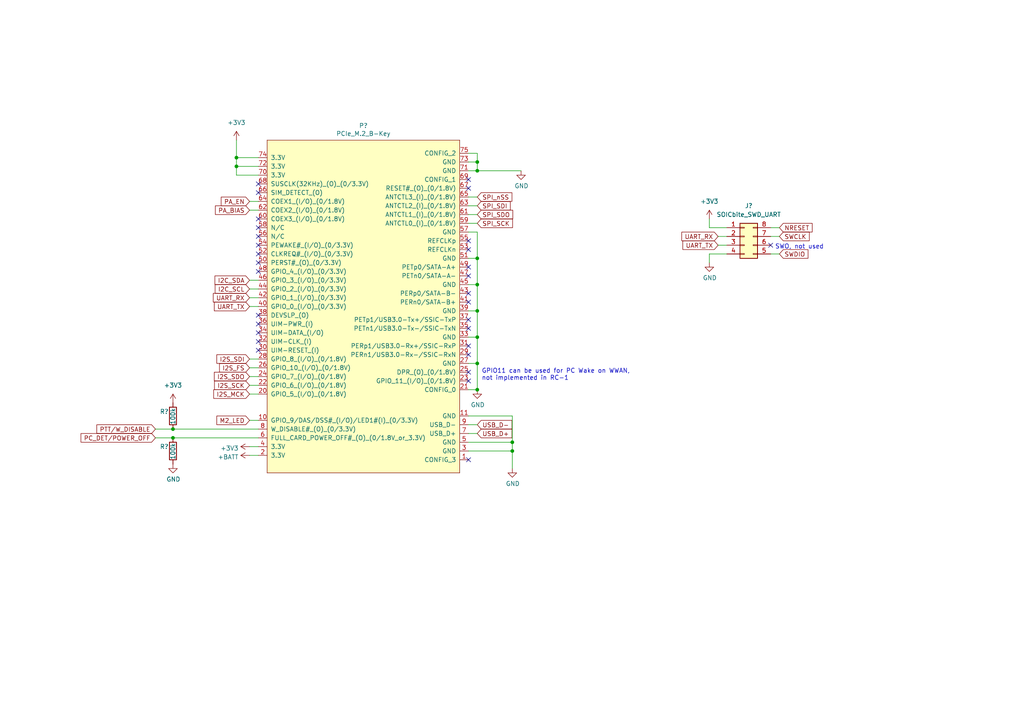
<source format=kicad_sch>
(kicad_sch (version 20211123) (generator eeschema)
  (paper "A4")
  (lib_symbols
    (symbol "Connector_Generic:Conn_02x04_Counter_Clockwise" (pin_names (offset 1.016) hide)
      (property "Reference" "J" (at 1.27 5.08 0))
      (property "Value" "Conn_02x04_Counter_Clockwise" (at 1.27 -7.62 0))
      (symbol "Conn_02x04_Counter_Clockwise_1_1"
        (rectangle (start -1.27 -4.953) (end 0 -5.207) (stroke (width 0.1524)))
        (rectangle (start -1.27 -2.413) (end 0 -2.667) (stroke (width 0.1524)))
        (rectangle (start -1.27 0.127) (end 0 -0.127) (stroke (width 0.1524)))
        (rectangle (start -1.27 2.667) (end 0 2.413) (stroke (width 0.1524)))
        (rectangle (start -1.27 3.81) (end 3.81 -6.35) (stroke (width 0.254)) (fill (type background)))
        (rectangle (start 3.81 -4.953) (end 2.54 -5.207) (stroke (width 0.1524)))
        (rectangle (start 3.81 -2.413) (end 2.54 -2.667) (stroke (width 0.1524)))
        (rectangle (start 3.81 0.127) (end 2.54 -0.127) (stroke (width 0.1524)))
        (rectangle (start 3.81 2.667) (end 2.54 2.413) (stroke (width 0.1524)))
        (pin passive line (at -5.08 2.54 0) (length 3.81) (name "Pin_1") (number "1"))
        (pin passive line (at -5.08 0 0) (length 3.81) (name "Pin_2") (number "2"))
        (pin passive line (at -5.08 -2.54 0) (length 3.81) (name "Pin_3") (number "3"))
        (pin passive line (at -5.08 -5.08 0) (length 3.81) (name "Pin_4") (number "4"))
        (pin passive line (at 7.62 -5.08 180) (length 3.81) (name "Pin_5") (number "5"))
        (pin passive line (at 7.62 -2.54 180) (length 3.81) (name "Pin_6") (number "6"))
        (pin passive line (at 7.62 0 180) (length 3.81) (name "Pin_7") (number "7"))
        (pin passive line (at 7.62 2.54 180) (length 3.81) (name "Pin_8") (number "8"))
      )
    )
    (symbol "Device:R" (pin_numbers hide) (pin_names (offset 0))
      (property "Reference" "R" (at 2.032 0 90))
      (property "Value" "R" (at 0 0 90))
      (symbol "R_0_1"
        (rectangle (start -1.016 -2.54) (end 1.016 2.54) (stroke (width 0.254)))
      )
      (symbol "R_1_1"
        (pin passive line (at 0 3.81 270) (length 1.27) (name "~") (number "1"))
        (pin passive line (at 0 -3.81 90) (length 1.27) (name "~") (number "2"))
      )
    )
    (symbol "PCIe_M.2:PCIe_M.2_B-Key" (pin_names (offset 1.016))
      (property "Reference" "P" (at -1.27 38.1 0))
      (property "Value" "PCIe_M.2_B-Key" (at 0 41.91 0))
      (symbol "PCIe_M.2_B-Key_0_1"
        (rectangle (start 27.94 45.72) (end -27.94 -50.8) (fill (type background)))
      )
      (symbol "PCIe_M.2_B-Key_1_1"
        (pin input line (at 30.48 -46.99 180) (length 2.54) (name "CONFIG_3") (number "1"))
        (pin input line (at -30.48 -35.56 0) (length 2.54) (name "GPIO_9/DAS/DSS#_(I/O)/LED1#(I)_(0/3.3V)") (number "10"))
        (pin input line (at 30.48 -34.29 180) (length 2.54) (name "GND") (number "11"))
        (pin input line (at -30.48 -45.72 0) (length 2.54) (name "3.3V") (number "2"))
        (pin input line (at -30.48 -27.94 0) (length 2.54) (name "GPIO_5_(I/O)_(0/1.8V)") (number "20"))
        (pin input line (at 30.48 -26.67 180) (length 2.54) (name "CONFIG_0") (number "21"))
        (pin input line (at -30.48 -25.4 0) (length 2.54) (name "GPIO_6_(I/O)_(0/1.8V)") (number "22"))
        (pin input line (at 30.48 -24.13 180) (length 2.54) (name "GPIO_11_(I/O)_(0/1.8V)") (number "23"))
        (pin input line (at -30.48 -22.86 0) (length 2.54) (name "GPIO_7_(I/O)_(0/1.8V)") (number "24"))
        (pin input line (at 30.48 -21.59 180) (length 2.54) (name "DPR_(O)_(0/1.8V)") (number "25"))
        (pin input line (at -30.48 -20.32 0) (length 2.54) (name "GPIO_10_(I/O)_(0/1.8V)") (number "26"))
        (pin input line (at 30.48 -19.05 180) (length 2.54) (name "GND") (number "27"))
        (pin input line (at -30.48 -17.78 0) (length 2.54) (name "GPIO_8_(I/O)_(0/1.8V)") (number "28"))
        (pin input line (at 30.48 -16.51 180) (length 2.54) (name "PERn1/USB3.0-Rx-/SSIC-RxN") (number "29"))
        (pin input line (at 30.48 -44.45 180) (length 2.54) (name "GND") (number "3"))
        (pin input line (at -30.48 -15.24 0) (length 2.54) (name "UIM-RESET_(I)") (number "30"))
        (pin input line (at 30.48 -13.97 180) (length 2.54) (name "PERp1/USB3.0-Rx+/SSIC-RxP") (number "31"))
        (pin input line (at -30.48 -12.7 0) (length 2.54) (name "UIM-CLK_(I)") (number "32"))
        (pin input line (at 30.48 -11.43 180) (length 2.54) (name "GND") (number "33"))
        (pin input line (at -30.48 -10.16 0) (length 2.54) (name "UIM-DATA_(I/O)") (number "34"))
        (pin input line (at 30.48 -8.89 180) (length 2.54) (name "PETn1/USB3.0-Tx-/SSIC-TxN") (number "35"))
        (pin input line (at -30.48 -7.62 0) (length 2.54) (name "UIM-PWR_(I)") (number "36"))
        (pin input line (at 30.48 -6.35 180) (length 2.54) (name "PETp1/USB3.0-Tx+/SSIC-TxP") (number "37"))
        (pin input line (at -30.48 -5.08 0) (length 2.54) (name "DEVSLP_(O)") (number "38"))
        (pin input line (at 30.48 -3.81 180) (length 2.54) (name "GND") (number "39"))
        (pin input line (at -30.48 -43.18 0) (length 2.54) (name "3.3V") (number "4"))
        (pin input line (at -30.48 -2.54 0) (length 2.54) (name "GPIO_0_(I/O)_(0/3.3V)") (number "40"))
        (pin input line (at 30.48 -1.27 180) (length 2.54) (name "PERn0/SATA-B+") (number "41"))
        (pin input line (at -30.48 0 0) (length 2.54) (name "GPIO_1_(I/O)_(0/3.3V)") (number "42"))
        (pin input line (at 30.48 1.27 180) (length 2.54) (name "PERp0/SATA-B-") (number "43"))
        (pin input line (at -30.48 2.54 0) (length 2.54) (name "GPIO_2_(I/O)_(0/3.3V)") (number "44"))
        (pin input line (at 30.48 3.81 180) (length 2.54) (name "GND") (number "45"))
        (pin input line (at -30.48 5.08 0) (length 2.54) (name "GPIO_3_(I/O)_(0/3.3V)") (number "46"))
        (pin input line (at 30.48 6.35 180) (length 2.54) (name "PETn0/SATA-A-") (number "47"))
        (pin input line (at -30.48 7.62 0) (length 2.54) (name "GPIO_4_(I/O)_(0/3.3V)") (number "48"))
        (pin input line (at 30.48 8.89 180) (length 2.54) (name "PETp0/SATA-A+") (number "49"))
        (pin input line (at 30.48 -41.91 180) (length 2.54) (name "GND") (number "5"))
        (pin input line (at -30.48 10.16 0) (length 2.54) (name "PERST#_(O)_(0/3.3V)") (number "50"))
        (pin input line (at 30.48 11.43 180) (length 2.54) (name "GND") (number "51"))
        (pin input line (at -30.48 12.7 0) (length 2.54) (name "CLKREQ#_(I/O)_(0/3.3V)") (number "52"))
        (pin input line (at 30.48 13.97 180) (length 2.54) (name "REFCLKn") (number "53"))
        (pin input line (at -30.48 15.24 0) (length 2.54) (name "PEWAKE#_(I/O)_(0/3.3V)") (number "54"))
        (pin input line (at 30.48 16.51 180) (length 2.54) (name "REFCLKp") (number "55"))
        (pin input line (at -30.48 17.78 0) (length 2.54) (name "N/C") (number "56"))
        (pin input line (at 30.48 19.05 180) (length 2.54) (name "GND") (number "57"))
        (pin input line (at -30.48 20.32 0) (length 2.54) (name "N/C") (number "58"))
        (pin input line (at 30.48 21.59 180) (length 2.54) (name "ANTCTL0_(I)_(0/1.8V)") (number "59"))
        (pin input line (at -30.48 -40.64 0) (length 2.54) (name "FULL_CARD_POWER_OFF#_(O)_(0/1.8V_or_3.3V)") (number "6"))
        (pin input line (at -30.48 22.86 0) (length 2.54) (name "COEX3_(I/O)_(0/1.8V)") (number "60"))
        (pin input line (at 30.48 24.13 180) (length 2.54) (name "ANTCTL1_(I)_(0/1.8V)") (number "61"))
        (pin input line (at -30.48 25.4 0) (length 2.54) (name "COEX2_(I/O)_(0/1.8V)") (number "62"))
        (pin input line (at 30.48 26.67 180) (length 2.54) (name "ANTCTL2_(I)_(0/1.8V)") (number "63"))
        (pin input line (at -30.48 27.94 0) (length 2.54) (name "COEX1_(I/O)_(0/1.8V)") (number "64"))
        (pin input line (at 30.48 29.21 180) (length 2.54) (name "ANTCTL3_(I)_(0/1.8V)") (number "65"))
        (pin input line (at -30.48 30.48 0) (length 2.54) (name "SIM_DETECT_(O)") (number "66"))
        (pin input line (at 30.48 31.75 180) (length 2.54) (name "RESET#_(O)_(0/1.8V)") (number "67"))
        (pin input line (at -30.48 33.02 0) (length 2.54) (name "SUSCLK(32KHz)_(O)_(0/3.3V)") (number "68"))
        (pin input line (at 30.48 34.29 180) (length 2.54) (name "CONFIG_1") (number "69"))
        (pin input line (at 30.48 -39.37 180) (length 2.54) (name "USB_D+") (number "7"))
        (pin input line (at -30.48 35.56 0) (length 2.54) (name "3.3V") (number "70"))
        (pin input line (at 30.48 36.83 180) (length 2.54) (name "GND") (number "71"))
        (pin input line (at -30.48 38.1 0) (length 2.54) (name "3.3V") (number "72"))
        (pin input line (at 30.48 39.37 180) (length 2.54) (name "GND") (number "73"))
        (pin input line (at -30.48 40.64 0) (length 2.54) (name "3.3V") (number "74"))
        (pin input line (at 30.48 41.91 180) (length 2.54) (name "CONFIG_2") (number "75"))
        (pin input line (at -30.48 -38.1 0) (length 2.54) (name "W_DISABLE#_(O)_(0/3.3V)") (number "8"))
        (pin input line (at 30.48 -36.83 180) (length 2.54) (name "USB_D-") (number "9"))
      )
    )
    (symbol "power:+3V3" (power) (pin_names (offset 0))
      (property "Value" "+3V3" (at 0 3.556 0))
      (symbol "+3V3_0_1"
        (polyline (pts (xy -0.762 1.27) (xy 0 2.54)))
        (polyline (pts (xy 0 0) (xy 0 2.54)))
        (polyline (pts (xy 0 2.54) (xy 0.762 1.27)))
      )
      (symbol "+3V3_1_1"
        (pin power_in line (at 0 0 90) (length 0) hide (name "+3V3") (number "1"))
      )
    )
    (symbol "power:+BATT" (power) (pin_names (offset 0))
      (property "Value" "+BATT" (at 0 3.556 0))
      (symbol "+BATT_0_1"
        (polyline (pts (xy -0.762 1.27) (xy 0 2.54)))
        (polyline (pts (xy 0 0) (xy 0 2.54)))
        (polyline (pts (xy 0 2.54) (xy 0.762 1.27)))
      )
      (symbol "+BATT_1_1"
        (pin power_in line (at 0 0 90) (length 0) hide (name "+BATT") (number "1"))
      )
    )
    (symbol "power:GND" (power) (pin_names (offset 0))
      (property "Value" "GND" (at 0 -3.81 0))
      (symbol "GND_0_1"
        (polyline (pts (xy 0 0) (xy 0 -1.27) (xy 1.27 -1.27) (xy 0 -2.54) (xy -1.27 -1.27) (xy 0 -1.27)))
      )
      (symbol "GND_1_1"
        (pin power_in line (at 0 0 270) (length 0) hide (name "GND") (number "1"))
      )
    )
  )
  (junction (at 138.43 46.99))
  (junction (at 138.43 97.79))
  (junction (at 148.59 128.27))
  (junction (at 138.43 49.53))
  (junction (at 50.165 124.46))
  (junction (at 68.58 45.72))
  (junction (at 138.43 82.55))
  (junction (at 138.43 105.41))
  (junction (at 138.43 90.17))
  (junction (at 68.58 48.26))
  (junction (at 138.43 74.93))
  (junction (at 148.59 130.81))
  (junction (at 138.43 113.03))
  (junction (at 50.165 127))
  (no_connect (at 223.52 71.12))
  (no_connect (at 135.89 92.71))
  (no_connect (at 74.93 55.88))
  (no_connect (at 135.89 69.85))
  (no_connect (at 135.89 77.47))
  (no_connect (at 135.89 107.95))
  (no_connect (at 135.89 100.33))
  (no_connect (at 74.93 96.52))
  (no_connect (at 135.89 85.09))
  (no_connect (at 74.93 76.2))
  (no_connect (at 74.93 63.5))
  (no_connect (at 74.93 101.6))
  (no_connect (at 135.89 72.39))
  (no_connect (at 135.89 87.63))
  (no_connect (at 74.93 78.74))
  (no_connect (at 135.89 133.35))
  (no_connect (at 74.93 68.58))
  (no_connect (at 74.93 91.44))
  (no_connect (at 74.93 53.34))
  (no_connect (at 135.89 54.61))
  (no_connect (at 74.93 99.06))
  (no_connect (at 135.89 95.25))
  (no_connect (at 74.93 66.04))
  (no_connect (at 135.89 52.07))
  (no_connect (at 74.93 71.12))
  (no_connect (at 74.93 73.66))
  (no_connect (at 135.89 110.49))
  (no_connect (at 74.93 93.98))
  (no_connect (at 135.89 80.01))
  (no_connect (at 135.89 102.87))
  (wire (pts (xy 210.82 66.04) (xy 205.74 66.04)))
  (wire (pts (xy 138.43 97.79) (xy 138.43 105.41)))
  (wire (pts (xy 148.59 130.81) (xy 148.59 135.89)))
  (wire (pts (xy 135.89 82.55) (xy 138.43 82.55)))
  (wire (pts (xy 68.58 48.26) (xy 68.58 45.72)))
  (wire (pts (xy 72.39 88.9) (xy 74.93 88.9)))
  (wire (pts (xy 208.28 68.58) (xy 210.82 68.58)))
  (wire (pts (xy 148.59 120.65) (xy 148.59 128.27)))
  (wire (pts (xy 138.43 82.55) (xy 138.43 90.17)))
  (wire (pts (xy 135.89 97.79) (xy 138.43 97.79)))
  (wire (pts (xy 223.52 73.66) (xy 226.06 73.66)))
  (wire (pts (xy 72.39 60.96) (xy 74.93 60.96)))
  (wire (pts (xy 72.39 121.92) (xy 74.93 121.92)))
  (wire (pts (xy 205.74 73.66) (xy 210.82 73.66)))
  (wire (pts (xy 45.085 124.46) (xy 50.165 124.46)))
  (wire (pts (xy 72.39 58.42) (xy 74.93 58.42)))
  (wire (pts (xy 50.165 127) (xy 74.93 127)))
  (wire (pts (xy 135.89 120.65) (xy 148.59 120.65)))
  (wire (pts (xy 223.52 68.58) (xy 226.06 68.58)))
  (wire (pts (xy 135.89 74.93) (xy 138.43 74.93)))
  (wire (pts (xy 50.165 124.46) (xy 74.93 124.46)))
  (wire (pts (xy 74.93 50.8) (xy 68.58 50.8)))
  (wire (pts (xy 135.89 90.17) (xy 138.43 90.17)))
  (wire (pts (xy 72.39 86.36) (xy 74.93 86.36)))
  (wire (pts (xy 138.43 49.53) (xy 151.13 49.53)))
  (wire (pts (xy 138.43 90.17) (xy 138.43 97.79)))
  (wire (pts (xy 68.58 50.8) (xy 68.58 48.26)))
  (wire (pts (xy 138.43 44.45) (xy 138.43 46.99)))
  (wire (pts (xy 208.28 71.12) (xy 210.82 71.12)))
  (wire (pts (xy 138.43 46.99) (xy 138.43 49.53)))
  (wire (pts (xy 135.89 67.31) (xy 138.43 67.31)))
  (wire (pts (xy 205.74 66.04) (xy 205.74 63.5)))
  (wire (pts (xy 135.89 62.23) (xy 138.43 62.23)))
  (wire (pts (xy 135.89 128.27) (xy 148.59 128.27)))
  (wire (pts (xy 135.89 57.15) (xy 138.43 57.15)))
  (wire (pts (xy 45.085 127) (xy 50.165 127)))
  (wire (pts (xy 138.43 74.93) (xy 138.43 82.55)))
  (wire (pts (xy 72.39 81.28) (xy 74.93 81.28)))
  (wire (pts (xy 135.89 130.81) (xy 148.59 130.81)))
  (wire (pts (xy 72.39 132.08) (xy 74.93 132.08)))
  (wire (pts (xy 148.59 128.27) (xy 148.59 130.81)))
  (wire (pts (xy 135.89 105.41) (xy 138.43 105.41)))
  (wire (pts (xy 74.93 45.72) (xy 68.58 45.72)))
  (wire (pts (xy 135.89 46.99) (xy 138.43 46.99)))
  (wire (pts (xy 72.39 104.14) (xy 74.93 104.14)))
  (wire (pts (xy 135.89 49.53) (xy 138.43 49.53)))
  (wire (pts (xy 138.43 123.19) (xy 135.89 123.19)))
  (wire (pts (xy 72.39 129.54) (xy 74.93 129.54)))
  (wire (pts (xy 72.39 114.3) (xy 74.93 114.3)))
  (wire (pts (xy 72.39 106.68) (xy 74.93 106.68)))
  (wire (pts (xy 72.39 83.82) (xy 74.93 83.82)))
  (wire (pts (xy 135.89 113.03) (xy 138.43 113.03)))
  (wire (pts (xy 223.52 66.04) (xy 226.06 66.04)))
  (wire (pts (xy 135.89 44.45) (xy 138.43 44.45)))
  (wire (pts (xy 74.93 48.26) (xy 68.58 48.26)))
  (wire (pts (xy 138.43 105.41) (xy 138.43 113.03)))
  (wire (pts (xy 138.43 67.31) (xy 138.43 74.93)))
  (wire (pts (xy 72.39 111.76) (xy 74.93 111.76)))
  (wire (pts (xy 135.89 59.69) (xy 138.43 59.69)))
  (wire (pts (xy 72.39 109.22) (xy 74.93 109.22)))
  (wire (pts (xy 135.89 64.77) (xy 138.43 64.77)))
  (wire (pts (xy 68.58 45.72) (xy 68.58 40.64)))
  (wire (pts (xy 135.89 125.73) (xy 138.43 125.73)))
  (wire (pts (xy 205.74 76.2) (xy 205.74 73.66)))
  (text "SWO, not used" (at 224.79 72.39 0) (effects (font (size 1.27 1.27)) (justify left bottom)))
  (text "GPIO11 can be used for PC Wake on WWAN, \nnot implemented in RC-1" (at 139.7 110.49 0) (effects (font (size 1.27 1.27)) (justify left bottom)))
  (global_label "PC_DET{slash}POWER_OFF" (shape input) (at 45.085 127 180) (property "Intersheet References" "${INTERSHEET_REFS}" (effects hide)))
  (global_label "I2S_FS" (shape input) (at 72.39 106.68 180) (property "Intersheet References" "${INTERSHEET_REFS}" (effects hide)))
  (global_label "I2S_SDO" (shape input) (at 72.39 109.22 180) (property "Intersheet References" "${INTERSHEET_REFS}" (effects hide)))
  (global_label "UART_TX" (shape input) (at 208.28 71.12 180) (property "Intersheet References" "${INTERSHEET_REFS}" (effects hide)))
  (global_label "M2_LED" (shape input) (at 72.39 121.92 180) (property "Intersheet References" "${INTERSHEET_REFS}" (effects hide)))
  (global_label "I2C_SCL" (shape input) (at 72.39 83.82 180) (property "Intersheet References" "${INTERSHEET_REFS}" (effects hide)))
  (global_label "UART_RX" (shape input) (at 208.28 68.58 180) (property "Intersheet References" "${INTERSHEET_REFS}" (effects hide)))
  (global_label "PA_EN" (shape input) (at 72.39 58.42 180) (property "Intersheet References" "${INTERSHEET_REFS}" (effects hide)))
  (global_label "SWCLK" (shape input) (at 226.06 68.58 0) (property "Intersheet References" "${INTERSHEET_REFS}" (effects hide)))
  (global_label "UART_TX" (shape input) (at 72.39 88.9 180) (property "Intersheet References" "${INTERSHEET_REFS}" (effects hide)))
  (global_label "I2C_SDA" (shape input) (at 72.39 81.28 180) (property "Intersheet References" "${INTERSHEET_REFS}" (effects hide)))
  (global_label "SPI_nSS" (shape input) (at 138.43 57.15 0) (property "Intersheet References" "${INTERSHEET_REFS}" (effects hide)))
  (global_label "SWDIO" (shape input) (at 226.06 73.66 0) (property "Intersheet References" "${INTERSHEET_REFS}" (effects hide)))
  (global_label "I2S_MCK" (shape input) (at 72.39 114.3 180) (property "Intersheet References" "${INTERSHEET_REFS}" (effects hide)))
  (global_label "PA_BIAS" (shape input) (at 72.39 60.96 180) (property "Intersheet References" "${INTERSHEET_REFS}" (effects hide)))
  (global_label "UART_RX" (shape input) (at 72.39 86.36 180) (property "Intersheet References" "${INTERSHEET_REFS}" (effects hide)))
  (global_label "USB_D+" (shape input) (at 138.43 125.73 0) (property "Intersheet References" "${INTERSHEET_REFS}" (effects hide)))
  (global_label "I2S_SDI" (shape input) (at 72.39 104.14 180) (property "Intersheet References" "${INTERSHEET_REFS}" (effects hide)))
  (global_label "NRESET" (shape input) (at 226.06 66.04 0) (property "Intersheet References" "${INTERSHEET_REFS}" (effects hide)))
  (global_label "SPI_SDI" (shape input) (at 138.43 59.69 0) (property "Intersheet References" "${INTERSHEET_REFS}" (effects hide)))
  (global_label "I2S_SCK" (shape input) (at 72.39 111.76 180) (property "Intersheet References" "${INTERSHEET_REFS}" (effects hide)))
  (global_label "SPI_SDO" (shape input) (at 138.43 62.23 0) (property "Intersheet References" "${INTERSHEET_REFS}" (effects hide)))
  (global_label "SPI_SCK" (shape input) (at 138.43 64.77 0) (property "Intersheet References" "${INTERSHEET_REFS}" (effects hide)))
  (global_label "PTT{slash}W_DISABLE" (shape input) (at 45.085 124.46 180) (property "Intersheet References" "${INTERSHEET_REFS}" (effects hide)))
  (global_label "USB_D-" (shape input) (at 138.43 123.19 0) (property "Intersheet References" "${INTERSHEET_REFS}" (effects hide)))
  (symbol (lib_id "power:GND") (at 50.165 134.62 0) (unit 1)
    (property "Reference" "#PWR?" (effects hide))
    (property "Value" "GND" (at 50.292 139.0142 0))
  )
  (symbol (lib_id "power:GND") (at 148.59 135.89 0) (unit 1)
    (property "Reference" "#PWR?" (effects hide))
    (property "Value" "GND" (at 148.717 140.2842 0))
  )
  (symbol (lib_id "Device:R") (at 50.165 120.65 0) (unit 1)
    (property "Reference" "R?" (at 46.355 119.38 0) (effects (justify left)))
    (property "Value" "100k" (at 50.165 123.19 90) (effects (justify left)))
    (property "Footprint" "Resistor_SMD:R_0402_1005Metric" (effects hide))
  )
  (symbol (lib_id "power:+BATT") (at 72.39 132.08 90) (unit 1)
    (property "Reference" "#PWR?" (effects hide))
    (property "Value" "+BATT" (at 69.215 132.559 90) (effects (justify left)))
  )
  (symbol (lib_id "Connector_Generic:Conn_02x04_Counter_Clockwise") (at 215.9 68.58 0) (unit 1)
    (property "Reference" "J?" (at 217.17 59.69 0))
    (property "Value" "SOICbite_SWD_UART" (at 217.17 62.23 0))
    (property "Footprint" "SOICbite:SOIC_clipProgSmall" (effects hide))
    (property "Datasheet" "https://github.com/SimonMerrett/SOICbite/blob/master/README.md" (effects hide))
  )
  (symbol (lib_id "Device:R") (at 50.165 130.81 0) (unit 1)
    (property "Reference" "R?" (at 46.355 129.54 0) (effects (justify left)))
    (property "Value" "100k" (at 50.165 133.35 90) (effects (justify left)))
    (property "Footprint" "Resistor_SMD:R_0402_1005Metric" (effects hide))
  )
  (symbol (lib_id "PCIe_M.2:PCIe_M.2_B-Key") (at 105.41 86.36 0) (unit 1)
    (property "Reference" "P?" (at 105.41 36.449 0))
    (property "Value" "PCIe_M.2_B-Key" (at 105.41 38.7604 0))
    (property "Footprint" "NGFF:NGFF_B" (effects hide))
  )
  (symbol (lib_id "power:+3V3") (at 72.39 129.54 90) (unit 1)
    (property "Reference" "#PWR?" (effects hide))
    (property "Value" "+3V3" (at 69.215 130.019 90) (effects (justify left)))
  )
  (symbol (lib_id "power:+3V3") (at 68.58 40.64 0) (unit 1)
    (property "Reference" "#PWR?" (effects hide))
    (property "Value" "+3V3" (at 68.58 35.56 0))
  )
  (symbol (lib_id "power:+3V3") (at 205.74 63.5 0) (unit 1)
    (property "Reference" "#PWR?" (effects hide))
    (property "Value" "+3V3" (at 205.74 58.42 0))
  )
  (symbol (lib_id "power:+3V3") (at 50.165 116.84 0) (unit 1)
    (property "Reference" "#PWR?" (effects hide))
    (property "Value" "+3V3" (at 50.165 111.76 0))
  )
  (symbol (lib_id "power:GND") (at 205.74 76.2 0) (unit 1)
    (property "Reference" "#PWR?" (effects hide))
    (property "Value" "GND" (at 205.867 80.5942 0))
  )
  (symbol (lib_id "power:GND") (at 151.13 49.53 0) (unit 1)
    (property "Reference" "#PWR?" (effects hide))
    (property "Value" "GND" (at 151.257 53.9242 0))
  )
  (symbol (lib_id "power:GND") (at 138.43 113.03 0) (unit 1)
    (property "Reference" "#PWR?" (effects hide))
    (property "Value" "GND" (at 138.557 117.4242 0))
  )
)
</source>
